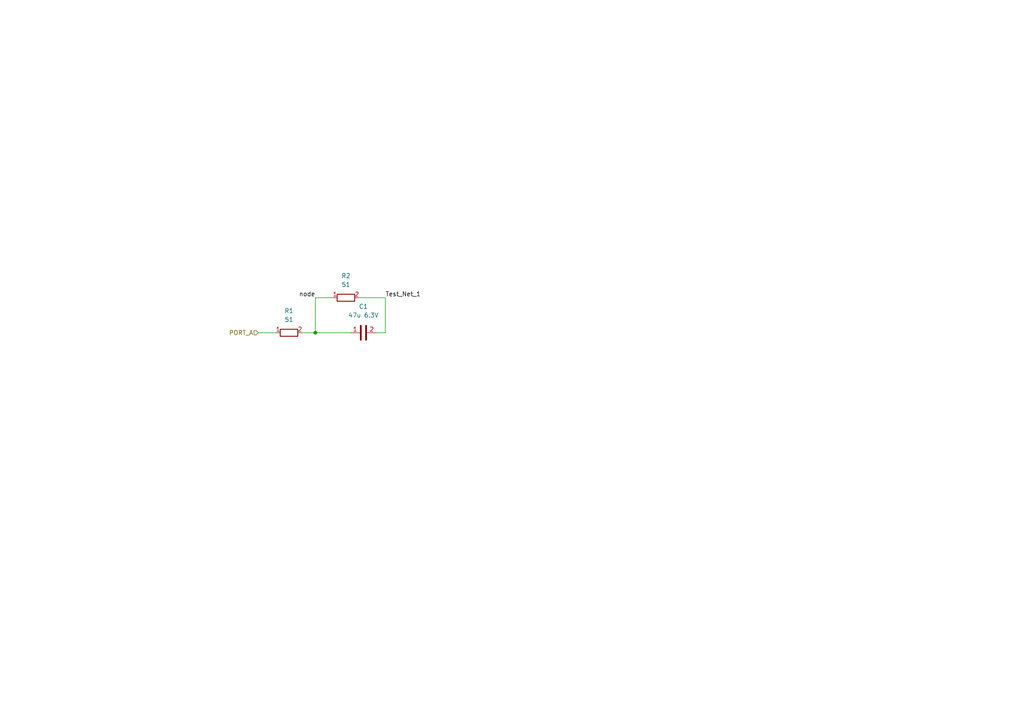
<source format=kicad_sch>
(kicad_sch (version 20211123) (generator eeschema)
  (paper "A4")
  (title_block (title "Simple Circuit") (date "2022-08-02") (rev "v01"))
  (lib_symbols
    (symbol "Device:C" (pin_names (offset 0.254))
      (property "Reference" "C" (at 0.635 2.54 0))
      (property "Value" "C" (at 0.635 -2.54 0))
      (symbol "C_0_1"
        (polyline (pts (xy -2.032 -0.762) (xy 2.032 -0.762)) (stroke (width 0.508)))
        (polyline (pts (xy -2.032 0.762) (xy 2.032 0.762)) (stroke (width 0.508)))
      )
      (symbol "C_1_1"
        (pin passive line (at 0 3.81 270) (length 2.794) (name "~") (number "1"))
        (pin passive line (at 0 -3.81 90) (length 2.794) (name "~") (number "2"))
      )
    )
    (symbol "Device:R" (pin_names (offset 0))
      (property "Reference" "R" (at 2.032 0 90))
      (property "Value" "R" (at 0 0 90))
      (symbol "R_0_1"
        (rectangle (start -1.016 -2.54) (end 1.016 2.54) (stroke (width 0.254)))
      )
      (symbol "R_1_1"
        (pin passive line (at 0 3.81 270) (length 1.27) (name "~") (number "1"))
        (pin passive line (at 0 -3.81 90) (length 1.27) (name "~") (number "2"))
      )
    )
  )
  (junction (at 91.44 96.52))
  (wire (pts (xy 91.44 86.36) (xy 91.44 96.52)))
  (wire (pts (xy 111.76 86.36) (xy 111.76 96.52)))
  (wire (pts (xy 104.14 86.36) (xy 111.76 86.36)))
  (wire (pts (xy 74.93 96.52) (xy 80.01 96.52)))
  (wire (pts (xy 91.44 86.36) (xy 96.52 86.36)))
  (wire (pts (xy 87.63 96.52) (xy 91.44 96.52)))
  (wire (pts (xy 109.22 96.52) (xy 111.76 96.52)))
  (wire (pts (xy 91.44 96.52) (xy 101.6 96.52)))
  (label "node" (at 91.44 86.36 180))
  (label "Test_Net_1" (at 111.76 86.36 0))
  (hierarchical_label "PORT_A" (shape input) (at 74.93 96.52 180))
  (symbol (lib_id "Device:R") (at 83.82 96.52 90) (unit 1)
    (property "Reference" "R1" (at 83.82 90.17 90))
    (property "Value" "51" (at 83.82 92.71 90))
  )
  (symbol (lib_id "Device:R") (at 100.33 86.36 90) (unit 1)
    (property "Reference" "R2" (at 100.33 80.01 90))
    (property "Value" "51" (at 100.33 82.55 90))
  )
  (symbol (lib_id "Device:C") (at 105.41 96.52 90) (unit 1)
    (property "Reference" "C1" (at 105.41 88.9 90))
    (property "Value" "47u 6.3V" (at 105.41 91.44 90))
  )
)
</source>
